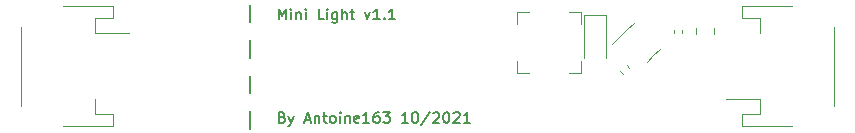
<source format=gbr>
%TF.GenerationSoftware,KiCad,Pcbnew,6.0.0*%
%TF.CreationDate,2022-01-04T22:00:27+01:00*%
%TF.ProjectId,mini_light,6d696e69-5f6c-4696-9768-742e6b696361,v1.1*%
%TF.SameCoordinates,Original*%
%TF.FileFunction,Legend,Top*%
%TF.FilePolarity,Positive*%
%FSLAX46Y46*%
G04 Gerber Fmt 4.6, Leading zero omitted, Abs format (unit mm)*
G04 Created by KiCad (PCBNEW 6.0.0) date 2022-01-04 22:00:27*
%MOMM*%
%LPD*%
G01*
G04 APERTURE LIST*
%ADD10C,0.200000*%
%ADD11C,0.153000*%
%ADD12C,0.120000*%
G04 APERTURE END LIST*
D10*
X105100000Y-103800000D02*
X105100000Y-105300000D01*
X105100000Y-97800000D02*
X105100000Y-99300000D01*
X105100000Y-94800000D02*
X105100000Y-96300000D01*
X105100000Y-100800000D02*
X105100000Y-102300000D01*
D11*
X107813735Y-104335714D02*
X107942307Y-104378571D01*
X107985164Y-104421428D01*
X108028021Y-104507142D01*
X108028021Y-104635714D01*
X107985164Y-104721428D01*
X107942307Y-104764285D01*
X107856592Y-104807142D01*
X107513735Y-104807142D01*
X107513735Y-103907142D01*
X107813735Y-103907142D01*
X107899450Y-103950000D01*
X107942307Y-103992857D01*
X107985164Y-104078571D01*
X107985164Y-104164285D01*
X107942307Y-104250000D01*
X107899450Y-104292857D01*
X107813735Y-104335714D01*
X107513735Y-104335714D01*
X108328021Y-104207142D02*
X108542307Y-104807142D01*
X108756592Y-104207142D02*
X108542307Y-104807142D01*
X108456592Y-105021428D01*
X108413735Y-105064285D01*
X108328021Y-105107142D01*
X109742307Y-104550000D02*
X110170878Y-104550000D01*
X109656592Y-104807142D02*
X109956592Y-103907142D01*
X110256592Y-104807142D01*
X110556592Y-104207142D02*
X110556592Y-104807142D01*
X110556592Y-104292857D02*
X110599450Y-104250000D01*
X110685164Y-104207142D01*
X110813735Y-104207142D01*
X110899450Y-104250000D01*
X110942307Y-104335714D01*
X110942307Y-104807142D01*
X111242307Y-104207142D02*
X111585164Y-104207142D01*
X111370878Y-103907142D02*
X111370878Y-104678571D01*
X111413735Y-104764285D01*
X111499450Y-104807142D01*
X111585164Y-104807142D01*
X112013735Y-104807142D02*
X111928021Y-104764285D01*
X111885164Y-104721428D01*
X111842307Y-104635714D01*
X111842307Y-104378571D01*
X111885164Y-104292857D01*
X111928021Y-104250000D01*
X112013735Y-104207142D01*
X112142307Y-104207142D01*
X112228021Y-104250000D01*
X112270878Y-104292857D01*
X112313735Y-104378571D01*
X112313735Y-104635714D01*
X112270878Y-104721428D01*
X112228021Y-104764285D01*
X112142307Y-104807142D01*
X112013735Y-104807142D01*
X112699450Y-104807142D02*
X112699450Y-104207142D01*
X112699450Y-103907142D02*
X112656592Y-103950000D01*
X112699450Y-103992857D01*
X112742307Y-103950000D01*
X112699450Y-103907142D01*
X112699450Y-103992857D01*
X113128021Y-104207142D02*
X113128021Y-104807142D01*
X113128021Y-104292857D02*
X113170878Y-104250000D01*
X113256592Y-104207142D01*
X113385164Y-104207142D01*
X113470878Y-104250000D01*
X113513735Y-104335714D01*
X113513735Y-104807142D01*
X114285164Y-104764285D02*
X114199450Y-104807142D01*
X114028021Y-104807142D01*
X113942307Y-104764285D01*
X113899450Y-104678571D01*
X113899450Y-104335714D01*
X113942307Y-104250000D01*
X114028021Y-104207142D01*
X114199450Y-104207142D01*
X114285164Y-104250000D01*
X114328021Y-104335714D01*
X114328021Y-104421428D01*
X113899450Y-104507142D01*
X115185164Y-104807142D02*
X114670878Y-104807142D01*
X114928021Y-104807142D02*
X114928021Y-103907142D01*
X114842307Y-104035714D01*
X114756592Y-104121428D01*
X114670878Y-104164285D01*
X115956592Y-103907142D02*
X115785164Y-103907142D01*
X115699450Y-103950000D01*
X115656592Y-103992857D01*
X115570878Y-104121428D01*
X115528021Y-104292857D01*
X115528021Y-104635714D01*
X115570878Y-104721428D01*
X115613735Y-104764285D01*
X115699450Y-104807142D01*
X115870878Y-104807142D01*
X115956592Y-104764285D01*
X115999450Y-104721428D01*
X116042307Y-104635714D01*
X116042307Y-104421428D01*
X115999450Y-104335714D01*
X115956592Y-104292857D01*
X115870878Y-104250000D01*
X115699450Y-104250000D01*
X115613735Y-104292857D01*
X115570878Y-104335714D01*
X115528021Y-104421428D01*
X116342307Y-103907142D02*
X116899450Y-103907142D01*
X116599450Y-104250000D01*
X116728021Y-104250000D01*
X116813735Y-104292857D01*
X116856592Y-104335714D01*
X116899450Y-104421428D01*
X116899450Y-104635714D01*
X116856592Y-104721428D01*
X116813735Y-104764285D01*
X116728021Y-104807142D01*
X116470878Y-104807142D01*
X116385164Y-104764285D01*
X116342307Y-104721428D01*
X118442307Y-104807142D02*
X117928021Y-104807142D01*
X118185164Y-104807142D02*
X118185164Y-103907142D01*
X118099450Y-104035714D01*
X118013735Y-104121428D01*
X117928021Y-104164285D01*
X118999450Y-103907142D02*
X119085164Y-103907142D01*
X119170878Y-103950000D01*
X119213735Y-103992857D01*
X119256592Y-104078571D01*
X119299450Y-104250000D01*
X119299450Y-104464285D01*
X119256592Y-104635714D01*
X119213735Y-104721428D01*
X119170878Y-104764285D01*
X119085164Y-104807142D01*
X118999450Y-104807142D01*
X118913735Y-104764285D01*
X118870878Y-104721428D01*
X118828021Y-104635714D01*
X118785164Y-104464285D01*
X118785164Y-104250000D01*
X118828021Y-104078571D01*
X118870878Y-103992857D01*
X118913735Y-103950000D01*
X118999450Y-103907142D01*
X120328021Y-103864285D02*
X119556592Y-105021428D01*
X120585164Y-103992857D02*
X120628021Y-103950000D01*
X120713735Y-103907142D01*
X120928021Y-103907142D01*
X121013735Y-103950000D01*
X121056592Y-103992857D01*
X121099450Y-104078571D01*
X121099450Y-104164285D01*
X121056592Y-104292857D01*
X120542307Y-104807142D01*
X121099450Y-104807142D01*
X121656592Y-103907142D02*
X121742307Y-103907142D01*
X121828021Y-103950000D01*
X121870878Y-103992857D01*
X121913735Y-104078571D01*
X121956592Y-104250000D01*
X121956592Y-104464285D01*
X121913735Y-104635714D01*
X121870878Y-104721428D01*
X121828021Y-104764285D01*
X121742307Y-104807142D01*
X121656592Y-104807142D01*
X121570878Y-104764285D01*
X121528021Y-104721428D01*
X121485164Y-104635714D01*
X121442307Y-104464285D01*
X121442307Y-104250000D01*
X121485164Y-104078571D01*
X121528021Y-103992857D01*
X121570878Y-103950000D01*
X121656592Y-103907142D01*
X122299450Y-103992857D02*
X122342307Y-103950000D01*
X122428021Y-103907142D01*
X122642307Y-103907142D01*
X122728021Y-103950000D01*
X122770878Y-103992857D01*
X122813735Y-104078571D01*
X122813735Y-104164285D01*
X122770878Y-104292857D01*
X122256592Y-104807142D01*
X122813735Y-104807142D01*
X123670878Y-104807142D02*
X123156592Y-104807142D01*
X123413735Y-104807142D02*
X123413735Y-103907142D01*
X123328021Y-104035714D01*
X123242307Y-104121428D01*
X123156592Y-104164285D01*
X107513735Y-96031642D02*
X107513735Y-95131642D01*
X107813735Y-95774500D01*
X108113735Y-95131642D01*
X108113735Y-96031642D01*
X108542307Y-96031642D02*
X108542307Y-95431642D01*
X108542307Y-95131642D02*
X108499450Y-95174500D01*
X108542307Y-95217357D01*
X108585164Y-95174500D01*
X108542307Y-95131642D01*
X108542307Y-95217357D01*
X108970878Y-95431642D02*
X108970878Y-96031642D01*
X108970878Y-95517357D02*
X109013735Y-95474500D01*
X109099450Y-95431642D01*
X109228021Y-95431642D01*
X109313735Y-95474500D01*
X109356592Y-95560214D01*
X109356592Y-96031642D01*
X109785164Y-96031642D02*
X109785164Y-95431642D01*
X109785164Y-95131642D02*
X109742307Y-95174500D01*
X109785164Y-95217357D01*
X109828021Y-95174500D01*
X109785164Y-95131642D01*
X109785164Y-95217357D01*
X111328021Y-96031642D02*
X110899450Y-96031642D01*
X110899450Y-95131642D01*
X111628021Y-96031642D02*
X111628021Y-95431642D01*
X111628021Y-95131642D02*
X111585164Y-95174500D01*
X111628021Y-95217357D01*
X111670878Y-95174500D01*
X111628021Y-95131642D01*
X111628021Y-95217357D01*
X112442307Y-95431642D02*
X112442307Y-96160214D01*
X112399450Y-96245928D01*
X112356592Y-96288785D01*
X112270878Y-96331642D01*
X112142307Y-96331642D01*
X112056592Y-96288785D01*
X112442307Y-95988785D02*
X112356592Y-96031642D01*
X112185164Y-96031642D01*
X112099450Y-95988785D01*
X112056592Y-95945928D01*
X112013735Y-95860214D01*
X112013735Y-95603071D01*
X112056592Y-95517357D01*
X112099450Y-95474500D01*
X112185164Y-95431642D01*
X112356592Y-95431642D01*
X112442307Y-95474500D01*
X112870878Y-96031642D02*
X112870878Y-95131642D01*
X113256592Y-96031642D02*
X113256592Y-95560214D01*
X113213735Y-95474500D01*
X113128021Y-95431642D01*
X112999450Y-95431642D01*
X112913735Y-95474500D01*
X112870878Y-95517357D01*
X113556592Y-95431642D02*
X113899450Y-95431642D01*
X113685164Y-95131642D02*
X113685164Y-95903071D01*
X113728021Y-95988785D01*
X113813735Y-96031642D01*
X113899450Y-96031642D01*
X114799450Y-95431642D02*
X115013735Y-96031642D01*
X115228021Y-95431642D01*
X116042307Y-96031642D02*
X115528021Y-96031642D01*
X115785164Y-96031642D02*
X115785164Y-95131642D01*
X115699450Y-95260214D01*
X115613735Y-95345928D01*
X115528021Y-95388785D01*
X116428021Y-95945928D02*
X116470878Y-95988785D01*
X116428021Y-96031642D01*
X116385164Y-95988785D01*
X116428021Y-95945928D01*
X116428021Y-96031642D01*
X117328021Y-96031642D02*
X116813735Y-96031642D01*
X117070878Y-96031642D02*
X117070878Y-95131642D01*
X116985164Y-95260214D01*
X116899450Y-95345928D01*
X116813735Y-95388785D01*
D12*
%TO.C,R1*%
X136412773Y-100450175D02*
X136649825Y-100687227D01*
X136950175Y-99912773D02*
X137187227Y-100149825D01*
%TO.C,U1*%
X139227002Y-99103087D02*
X139792687Y-98537401D01*
X139227002Y-99103087D02*
X138661316Y-99668772D01*
X137020828Y-96896913D02*
X135748036Y-98169706D01*
X137020828Y-96896913D02*
X137586514Y-96331228D01*
%TO.C,D1*%
X135250000Y-95640000D02*
X135250000Y-99300000D01*
X135250000Y-95640000D02*
X133350000Y-95640000D01*
X133350000Y-95640000D02*
X133350000Y-99300000D01*
%TO.C,J1*%
X148290000Y-95960000D02*
X148290000Y-97240000D01*
X146690000Y-104040000D02*
X148290000Y-104040000D01*
X146690000Y-95960000D02*
X148290000Y-95960000D01*
X154510000Y-103340000D02*
X154510000Y-96660000D01*
X146690000Y-105060000D02*
X146690000Y-104040000D01*
X150940000Y-94940000D02*
X146690000Y-94940000D01*
X148290000Y-102760000D02*
X145400000Y-102760000D01*
X150940000Y-105060000D02*
X146690000Y-105060000D01*
X146690000Y-94940000D02*
X146690000Y-95960000D01*
X148290000Y-104040000D02*
X148290000Y-102760000D01*
%TO.C,L1*%
X127700000Y-100600000D02*
X127700000Y-99575000D01*
X133100000Y-100600000D02*
X132075000Y-100600000D01*
X127700000Y-95387500D02*
X128725000Y-95387500D01*
X133100000Y-95387500D02*
X132075000Y-95387500D01*
X133100000Y-95387500D02*
X133100000Y-96412500D01*
X127700000Y-100600000D02*
X128725000Y-100600000D01*
X127700000Y-95387500D02*
X127700000Y-96412500D01*
X133100000Y-100600000D02*
X133100000Y-99575000D01*
%TO.C,C2*%
X140940000Y-96984165D02*
X140940000Y-97215835D01*
X141660000Y-96984165D02*
X141660000Y-97215835D01*
%TO.C,C1*%
X144335000Y-96738748D02*
X144335000Y-97261252D01*
X142865000Y-96738748D02*
X142865000Y-97261252D01*
%TO.C,J2*%
X89260000Y-94940000D02*
X93510000Y-94940000D01*
X93510000Y-105060000D02*
X93510000Y-104040000D01*
X93510000Y-104040000D02*
X91910000Y-104040000D01*
X89260000Y-105060000D02*
X93510000Y-105060000D01*
X85690000Y-96660000D02*
X85690000Y-103340000D01*
X93510000Y-95960000D02*
X91910000Y-95960000D01*
X91910000Y-104040000D02*
X91910000Y-102760000D01*
X91910000Y-97240000D02*
X94800000Y-97240000D01*
X93510000Y-94940000D02*
X93510000Y-95960000D01*
X91910000Y-95960000D02*
X91910000Y-97240000D01*
%TD*%
M02*

</source>
